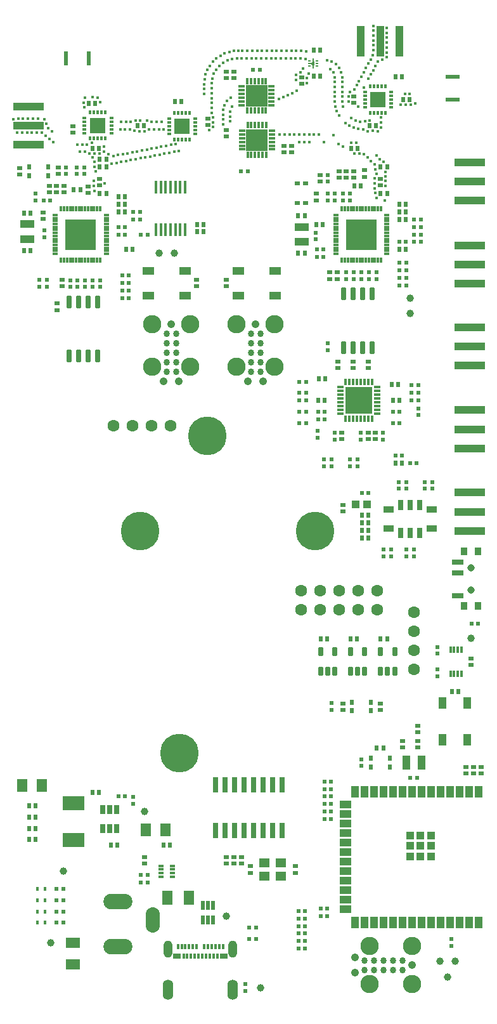
<source format=gts>
G04*
G04 #@! TF.GenerationSoftware,Altium Limited,Altium Designer,23.0.1 (38)*
G04*
G04 Layer_Color=8388736*
%FSLAX44Y44*%
%MOMM*%
G71*
G04*
G04 #@! TF.SameCoordinates,77CF4A85-A4DF-4617-8075-9ADA2F4333ED*
G04*
G04*
G04 #@! TF.FilePolarity,Negative*
G04*
G01*
G75*
%ADD25R,0.3100X0.6000*%
%ADD26R,0.6000X0.3100*%
%ADD27R,2.0500X2.0500*%
%ADD28R,2.0500X2.0500*%
%ADD35C,1.0000*%
%ADD36R,0.4064X0.6096*%
%ADD74R,0.6760X0.6160*%
%ADD75R,0.6260X0.6260*%
G04:AMPARAMS|DCode=76|XSize=0.836mm|YSize=0.336mm|CornerRadius=0.0705mm|HoleSize=0mm|Usage=FLASHONLY|Rotation=90.000|XOffset=0mm|YOffset=0mm|HoleType=Round|Shape=RoundedRectangle|*
%AMROUNDEDRECTD76*
21,1,0.8360,0.1950,0,0,90.0*
21,1,0.6950,0.3360,0,0,90.0*
1,1,0.1410,0.0975,0.3475*
1,1,0.1410,0.0975,-0.3475*
1,1,0.1410,-0.0975,-0.3475*
1,1,0.1410,-0.0975,0.3475*
%
%ADD76ROUNDEDRECTD76*%
G04:AMPARAMS|DCode=77|XSize=0.836mm|YSize=0.336mm|CornerRadius=0.0705mm|HoleSize=0mm|Usage=FLASHONLY|Rotation=0.000|XOffset=0mm|YOffset=0mm|HoleType=Round|Shape=RoundedRectangle|*
%AMROUNDEDRECTD77*
21,1,0.8360,0.1950,0,0,0.0*
21,1,0.6950,0.3360,0,0,0.0*
1,1,0.1410,0.3475,-0.0975*
1,1,0.1410,-0.3475,-0.0975*
1,1,0.1410,-0.3475,0.0975*
1,1,0.1410,0.3475,0.0975*
%
%ADD77ROUNDEDRECTD77*%
%ADD78R,2.8760X2.8760*%
%ADD79R,4.0760X1.0760*%
%ADD80R,0.6260X0.6260*%
%ADD81R,0.6160X0.6760*%
%ADD82R,1.0760X4.0760*%
%ADD83R,0.4760X1.8760*%
G04:AMPARAMS|DCode=84|XSize=0.736mm|YSize=0.396mm|CornerRadius=0.078mm|HoleSize=0mm|Usage=FLASHONLY|Rotation=0.000|XOffset=0mm|YOffset=0mm|HoleType=Round|Shape=RoundedRectangle|*
%AMROUNDEDRECTD84*
21,1,0.7360,0.2400,0,0,0.0*
21,1,0.5800,0.3960,0,0,0.0*
1,1,0.1560,0.2900,-0.1200*
1,1,0.1560,-0.2900,-0.1200*
1,1,0.1560,-0.2900,0.1200*
1,1,0.1560,0.2900,0.1200*
%
%ADD84ROUNDEDRECTD84*%
%ADD85R,0.9760X0.9760*%
%ADD86R,0.9760X1.5760*%
%ADD87R,1.5760X0.9760*%
%ADD88R,0.4060X0.2260*%
%ADD89R,1.8760X0.4760*%
%ADD90R,0.7500X0.3200*%
%ADD91R,0.3200X0.7500*%
%ADD92R,4.1760X4.1760*%
%ADD93C,0.8634*%
%ADD94R,1.0760X1.0460*%
%ADD95R,1.8760X1.0760*%
%ADD96R,1.0760X1.8760*%
%ADD97R,1.4758X1.2759*%
%ADD98R,2.8660X1.9810*%
%ADD99R,1.3260X0.9260*%
%ADD100R,0.7260X1.3260*%
G04:AMPARAMS|DCode=101|XSize=0.376mm|YSize=0.876mm|CornerRadius=0.0875mm|HoleSize=0mm|Usage=FLASHONLY|Rotation=0.000|XOffset=0mm|YOffset=0mm|HoleType=Round|Shape=RoundedRectangle|*
%AMROUNDEDRECTD101*
21,1,0.3760,0.7010,0,0,0.0*
21,1,0.2010,0.8760,0,0,0.0*
1,1,0.1750,0.1005,-0.3505*
1,1,0.1750,-0.1005,-0.3505*
1,1,0.1750,-0.1005,0.3505*
1,1,0.1750,0.1005,0.3505*
%
%ADD101ROUNDEDRECTD101*%
G04:AMPARAMS|DCode=102|XSize=1.176mm|YSize=0.676mm|CornerRadius=0.113mm|HoleSize=0mm|Usage=FLASHONLY|Rotation=90.000|XOffset=0mm|YOffset=0mm|HoleType=Round|Shape=RoundedRectangle|*
%AMROUNDEDRECTD102*
21,1,1.1760,0.4500,0,0,90.0*
21,1,0.9500,0.6760,0,0,90.0*
1,1,0.2260,0.2250,0.4750*
1,1,0.2260,0.2250,-0.4750*
1,1,0.2260,-0.2250,-0.4750*
1,1,0.2260,-0.2250,0.4750*
%
%ADD102ROUNDEDRECTD102*%
%ADD103R,0.5660X0.7760*%
%ADD104R,0.7760X0.5660*%
G04:AMPARAMS|DCode=105|XSize=1.266mm|YSize=0.476mm|CornerRadius=0.088mm|HoleSize=0mm|Usage=FLASHONLY|Rotation=270.000|XOffset=0mm|YOffset=0mm|HoleType=Round|Shape=RoundedRectangle|*
%AMROUNDEDRECTD105*
21,1,1.2660,0.3000,0,0,270.0*
21,1,1.0900,0.4760,0,0,270.0*
1,1,0.1760,-0.1500,-0.5450*
1,1,0.1760,-0.1500,0.5450*
1,1,0.1760,0.1500,0.5450*
1,1,0.1760,0.1500,-0.5450*
%
%ADD105ROUNDEDRECTD105*%
%ADD106R,0.3760X0.7760*%
%ADD107R,1.0760X0.7760*%
G04:AMPARAMS|DCode=108|XSize=1.686mm|YSize=0.656mm|CornerRadius=0.1105mm|HoleSize=0mm|Usage=FLASHONLY|Rotation=90.000|XOffset=0mm|YOffset=0mm|HoleType=Round|Shape=RoundedRectangle|*
%AMROUNDEDRECTD108*
21,1,1.6860,0.4350,0,0,90.0*
21,1,1.4650,0.6560,0,0,90.0*
1,1,0.2210,0.2175,0.7325*
1,1,0.2210,0.2175,-0.7325*
1,1,0.2210,-0.2175,-0.7325*
1,1,0.2210,-0.2175,0.7325*
%
%ADD108ROUNDEDRECTD108*%
%ADD109R,3.6760X3.6760*%
%ADD110R,0.3360X0.9360*%
%ADD111R,0.9360X0.3360*%
G04:AMPARAMS|DCode=112|XSize=1.266mm|YSize=0.666mm|CornerRadius=0.1118mm|HoleSize=0mm|Usage=FLASHONLY|Rotation=90.000|XOffset=0mm|YOffset=0mm|HoleType=Round|Shape=RoundedRectangle|*
%AMROUNDEDRECTD112*
21,1,1.2660,0.4425,0,0,90.0*
21,1,1.0425,0.6660,0,0,90.0*
1,1,0.2235,0.2213,0.5213*
1,1,0.2235,0.2213,-0.5213*
1,1,0.2235,-0.2213,-0.5213*
1,1,0.2235,-0.2213,0.5213*
%
%ADD112ROUNDEDRECTD112*%
%ADD113R,1.4160X1.8760*%
%ADD114R,1.8760X1.4160*%
%ADD115R,0.6260X0.6460*%
%ADD116R,0.6460X0.6260*%
%ADD117R,1.5760X0.9760*%
%ADD118R,0.6760X0.6160*%
%ADD119R,0.8760X1.0760*%
%ADD120R,1.5760X0.7760*%
%ADD121R,0.7364X2.1080*%
%ADD122R,1.4760X1.7260*%
%ADD123R,0.3760X1.6760*%
%ADD124C,1.6000*%
%ADD125C,2.4509*%
%ADD126C,1.0666*%
%ADD127O,1.1760X2.2760*%
%ADD128O,1.3760X2.6760*%
%ADD129O,1.8760X3.3760*%
%ADD130O,3.8760X2.0760*%
%ADD131C,0.9760*%
%ADD132C,0.3760*%
%ADD133C,5.1560*%
G36*
X406700Y1261900D02*
X407200Y1259900D01*
Y1256400D01*
X406700Y1254400D01*
Y1251400D01*
X404700D01*
Y1255650D01*
X403200Y1257150D01*
X398950D01*
Y1259150D01*
X403200D01*
X404700Y1260650D01*
Y1264900D01*
X406700D01*
Y1261900D01*
D02*
G37*
D25*
X107998Y1158237D02*
D03*
X112999D02*
D03*
X118000D02*
D03*
X123001D02*
D03*
X128003D02*
D03*
X107998Y1193001D02*
D03*
X112999D02*
D03*
X118000D02*
D03*
X123001D02*
D03*
X128003D02*
D03*
X220499Y1192500D02*
D03*
X225500D02*
D03*
X230501D02*
D03*
X235502D02*
D03*
X240504D02*
D03*
X220499Y1156500D02*
D03*
X225500D02*
D03*
X230501D02*
D03*
X235502D02*
D03*
X240504D02*
D03*
X502002Y1192002D02*
D03*
X497001D02*
D03*
X492000D02*
D03*
X486999D02*
D03*
X481997D02*
D03*
X502002Y1228002D02*
D03*
X497001D02*
D03*
X492000D02*
D03*
X486999D02*
D03*
X481997D02*
D03*
D26*
X136000Y1185004D02*
D03*
Y1180003D02*
D03*
Y1175001D02*
D03*
Y1170000D02*
D03*
Y1164999D02*
D03*
X100000Y1185004D02*
D03*
Y1180003D02*
D03*
Y1175001D02*
D03*
Y1170000D02*
D03*
Y1164999D02*
D03*
X248501Y1164498D02*
D03*
Y1169499D02*
D03*
Y1174500D02*
D03*
Y1179501D02*
D03*
Y1184502D02*
D03*
X213737Y1164498D02*
D03*
Y1169499D02*
D03*
Y1174500D02*
D03*
Y1179501D02*
D03*
Y1184502D02*
D03*
X475236Y1220005D02*
D03*
Y1215004D02*
D03*
Y1210003D02*
D03*
Y1205001D02*
D03*
Y1200000D02*
D03*
X510000Y1220005D02*
D03*
Y1215004D02*
D03*
Y1210003D02*
D03*
Y1205001D02*
D03*
Y1200000D02*
D03*
D27*
X118000Y1175001D02*
D03*
D28*
X230501Y1174500D02*
D03*
X492000Y1210003D02*
D03*
D35*
X290000Y120000D02*
D03*
X72000Y180000D02*
D03*
X180000Y260000D02*
D03*
X55000Y85000D02*
D03*
X335000Y25000D02*
D03*
X585500Y39000D02*
D03*
X616750Y490750D02*
D03*
X220000Y1005000D02*
D03*
X200000D02*
D03*
X535000Y945000D02*
D03*
Y925000D02*
D03*
X575000Y60000D02*
D03*
X595000D02*
D03*
D36*
X47453Y111500D02*
D03*
X37547D02*
D03*
Y126500D02*
D03*
X47453D02*
D03*
Y141500D02*
D03*
X37547D02*
D03*
Y156500D02*
D03*
X47453D02*
D03*
D74*
X265000Y1175700D02*
D03*
Y1184300D02*
D03*
X300000Y1247300D02*
D03*
Y1238700D02*
D03*
X290000Y1247300D02*
D03*
Y1238700D02*
D03*
X390000Y1239300D02*
D03*
Y1230700D02*
D03*
X290000Y1169300D02*
D03*
Y1160700D02*
D03*
X85000Y1174300D02*
D03*
Y1165700D02*
D03*
X460000Y1205700D02*
D03*
Y1214300D02*
D03*
X45000Y1059300D02*
D03*
Y1050700D02*
D03*
X53000Y1094800D02*
D03*
Y1086200D02*
D03*
X63000Y1094800D02*
D03*
Y1086200D02*
D03*
X73000Y1094800D02*
D03*
Y1086200D02*
D03*
X105000Y1094300D02*
D03*
Y1085700D02*
D03*
X13941Y1110200D02*
D03*
Y1118800D02*
D03*
X437500Y970700D02*
D03*
Y979300D02*
D03*
X427500Y970700D02*
D03*
Y979300D02*
D03*
X460000Y1105700D02*
D03*
Y1114300D02*
D03*
X450000Y1105700D02*
D03*
Y1114300D02*
D03*
X440000Y1105700D02*
D03*
Y1114300D02*
D03*
X410000Y1084300D02*
D03*
Y1075700D02*
D03*
X616500Y464300D02*
D03*
Y455700D02*
D03*
X545000Y374300D02*
D03*
Y365700D02*
D03*
Y354300D02*
D03*
Y345700D02*
D03*
X525000Y354300D02*
D03*
Y345700D02*
D03*
X367000Y1139700D02*
D03*
Y1148300D02*
D03*
X377000Y1139700D02*
D03*
Y1148300D02*
D03*
X290000Y190700D02*
D03*
Y199300D02*
D03*
X444000Y756700D02*
D03*
Y765300D02*
D03*
X479000Y860300D02*
D03*
Y851700D02*
D03*
X439000Y860300D02*
D03*
Y851700D02*
D03*
X445000Y660700D02*
D03*
Y669300D02*
D03*
X459000Y860300D02*
D03*
Y851700D02*
D03*
X479000Y765300D02*
D03*
Y756700D02*
D03*
X489000Y765300D02*
D03*
Y756700D02*
D03*
X180000Y190700D02*
D03*
Y199300D02*
D03*
X495000Y395700D02*
D03*
Y404300D02*
D03*
X630000Y319300D02*
D03*
Y310700D02*
D03*
X620000Y319300D02*
D03*
Y310700D02*
D03*
X610000Y319300D02*
D03*
Y310700D02*
D03*
X70000Y960700D02*
D03*
Y969300D02*
D03*
X63500Y929200D02*
D03*
Y937800D02*
D03*
X381500Y186800D02*
D03*
Y178200D02*
D03*
X321500Y186800D02*
D03*
Y178200D02*
D03*
X310000Y199300D02*
D03*
Y190700D02*
D03*
X300000Y199300D02*
D03*
Y190700D02*
D03*
X65000Y1110700D02*
D03*
Y1119300D02*
D03*
X415000Y1109300D02*
D03*
Y1100700D02*
D03*
X445000Y395700D02*
D03*
Y404300D02*
D03*
X250000Y969300D02*
D03*
Y960700D02*
D03*
X290000D02*
D03*
Y969300D02*
D03*
D75*
X334500Y1250000D02*
D03*
X325500D02*
D03*
X318000Y1114500D02*
D03*
X309000D02*
D03*
X150500Y945000D02*
D03*
X159500D02*
D03*
X150500Y965000D02*
D03*
X159500D02*
D03*
X184500Y1030000D02*
D03*
X175500D02*
D03*
X159500Y955000D02*
D03*
X150500D02*
D03*
X145500Y1030000D02*
D03*
X154500D02*
D03*
X165500Y1050000D02*
D03*
X174500D02*
D03*
X54500Y1075000D02*
D03*
X45500D02*
D03*
X154500Y1040000D02*
D03*
X145500D02*
D03*
X174500Y1060000D02*
D03*
X165500D02*
D03*
X529500Y1020000D02*
D03*
X520500D02*
D03*
X521000Y962000D02*
D03*
X530000D02*
D03*
X521000Y982000D02*
D03*
X530000D02*
D03*
X530000Y972000D02*
D03*
X521000D02*
D03*
X530000Y992000D02*
D03*
X521000D02*
D03*
X540500Y1040000D02*
D03*
X549500D02*
D03*
X434500Y1075000D02*
D03*
X425500D02*
D03*
X540500Y1030000D02*
D03*
X549500D02*
D03*
X549500Y1050000D02*
D03*
X540500D02*
D03*
X395000Y127000D02*
D03*
X386000D02*
D03*
X429500Y270000D02*
D03*
X420500D02*
D03*
X424500Y130000D02*
D03*
X415500D02*
D03*
X386000Y97000D02*
D03*
X395000D02*
D03*
X386000Y117000D02*
D03*
X395000D02*
D03*
X420500Y250000D02*
D03*
X429500D02*
D03*
X420500Y280000D02*
D03*
X429500D02*
D03*
X415500Y120000D02*
D03*
X424500D02*
D03*
X470500Y685000D02*
D03*
X479500D02*
D03*
X544000Y725000D02*
D03*
X535000D02*
D03*
X396000Y818500D02*
D03*
X387000D02*
D03*
X396000Y808500D02*
D03*
X387000D02*
D03*
X524500Y735000D02*
D03*
X515500D02*
D03*
X421000Y793500D02*
D03*
X412000D02*
D03*
X626000Y510500D02*
D03*
X617000D02*
D03*
X421000Y783500D02*
D03*
X412000D02*
D03*
X537000Y818500D02*
D03*
X546000D02*
D03*
X537000Y808500D02*
D03*
X546000D02*
D03*
X396000Y833500D02*
D03*
X387000D02*
D03*
X387000Y793500D02*
D03*
X396000D02*
D03*
X387000Y778500D02*
D03*
X396000D02*
D03*
X537000Y828500D02*
D03*
X546000D02*
D03*
X521000Y793500D02*
D03*
X512000D02*
D03*
X521000Y778500D02*
D03*
X512000D02*
D03*
X329500Y90000D02*
D03*
X320500D02*
D03*
X329500Y105000D02*
D03*
X320500D02*
D03*
X145500Y280000D02*
D03*
X154500D02*
D03*
X175500Y175000D02*
D03*
X184500D02*
D03*
X184500Y165000D02*
D03*
X175500D02*
D03*
X72000Y111500D02*
D03*
X63000D02*
D03*
X72000Y126500D02*
D03*
X63000D02*
D03*
X72000Y141500D02*
D03*
X63000D02*
D03*
X72000Y156500D02*
D03*
X63000D02*
D03*
X159500Y975000D02*
D03*
X150500D02*
D03*
X425500Y1085000D02*
D03*
X434500D02*
D03*
X549500Y1020000D02*
D03*
X540500D02*
D03*
X395000Y107000D02*
D03*
X386000D02*
D03*
X395000Y77000D02*
D03*
X386000D02*
D03*
X386000Y87000D02*
D03*
X395000D02*
D03*
X429500Y260000D02*
D03*
X420500D02*
D03*
X419500Y1010000D02*
D03*
X410500D02*
D03*
X419500Y1000000D02*
D03*
X410500D02*
D03*
X429500Y300000D02*
D03*
X420500D02*
D03*
X429500Y290000D02*
D03*
X420500D02*
D03*
X535500Y305000D02*
D03*
X544500D02*
D03*
D76*
X317500Y1195150D02*
D03*
X322500D02*
D03*
X327500D02*
D03*
X332500D02*
D03*
X337500D02*
D03*
X342500D02*
D03*
Y1234850D02*
D03*
X337500D02*
D03*
X332500D02*
D03*
X327500D02*
D03*
X322500D02*
D03*
X317500D02*
D03*
X343000Y1175850D02*
D03*
X338000D02*
D03*
X333000D02*
D03*
X328000D02*
D03*
X323000D02*
D03*
X318000D02*
D03*
Y1136150D02*
D03*
X323000D02*
D03*
X328000D02*
D03*
X333000D02*
D03*
X338000D02*
D03*
X343000D02*
D03*
D77*
X310150Y1227500D02*
D03*
Y1222500D02*
D03*
Y1217500D02*
D03*
Y1212500D02*
D03*
Y1207500D02*
D03*
Y1202500D02*
D03*
X349850D02*
D03*
Y1207500D02*
D03*
Y1212500D02*
D03*
Y1217500D02*
D03*
Y1222500D02*
D03*
Y1227500D02*
D03*
X350350Y1143500D02*
D03*
Y1148500D02*
D03*
Y1153500D02*
D03*
Y1158500D02*
D03*
Y1163500D02*
D03*
Y1168500D02*
D03*
X310650D02*
D03*
Y1163500D02*
D03*
Y1158500D02*
D03*
Y1153500D02*
D03*
Y1148500D02*
D03*
Y1143500D02*
D03*
D78*
X330000Y1215000D02*
D03*
X330500Y1156000D02*
D03*
D79*
X615000Y1100500D02*
D03*
Y1126000D02*
D03*
Y1075000D02*
D03*
Y634500D02*
D03*
Y685500D02*
D03*
Y660000D02*
D03*
X25400Y1200500D02*
D03*
Y1149500D02*
D03*
Y1175000D02*
D03*
X615000Y744500D02*
D03*
Y795500D02*
D03*
Y770000D02*
D03*
Y855000D02*
D03*
Y906000D02*
D03*
Y880500D02*
D03*
Y964500D02*
D03*
Y1015500D02*
D03*
Y990000D02*
D03*
D80*
X465000Y729500D02*
D03*
Y720500D02*
D03*
X455000Y729500D02*
D03*
Y720500D02*
D03*
X420000Y729500D02*
D03*
Y720500D02*
D03*
X430000Y729500D02*
D03*
Y720500D02*
D03*
X35000Y1075500D02*
D03*
Y1084500D02*
D03*
X90000Y1110500D02*
D03*
Y1119500D02*
D03*
X100000Y1119500D02*
D03*
Y1110500D02*
D03*
X455000Y1075500D02*
D03*
Y1084500D02*
D03*
X445000Y1084500D02*
D03*
Y1075500D02*
D03*
X571500Y440500D02*
D03*
Y449500D02*
D03*
Y479500D02*
D03*
Y470500D02*
D03*
X530000Y609500D02*
D03*
Y600500D02*
D03*
X540000Y609500D02*
D03*
Y600500D02*
D03*
X425000Y875500D02*
D03*
Y884500D02*
D03*
X499000Y756500D02*
D03*
Y765500D02*
D03*
X469000Y756500D02*
D03*
Y765500D02*
D03*
X434000Y756500D02*
D03*
Y765500D02*
D03*
X555000Y690500D02*
D03*
Y699500D02*
D03*
X520000Y690500D02*
D03*
Y699500D02*
D03*
X500000Y609500D02*
D03*
Y600500D02*
D03*
X411500Y759000D02*
D03*
Y768000D02*
D03*
X546500Y789000D02*
D03*
Y798000D02*
D03*
X565000Y699500D02*
D03*
Y690500D02*
D03*
X530000Y699500D02*
D03*
Y690500D02*
D03*
X510000Y600500D02*
D03*
Y609500D02*
D03*
X165000Y279500D02*
D03*
Y270500D02*
D03*
X315000Y29500D02*
D03*
Y20500D02*
D03*
X75000Y1119500D02*
D03*
Y1110500D02*
D03*
X47000Y1026250D02*
D03*
Y1035250D02*
D03*
X40000Y969500D02*
D03*
Y960500D02*
D03*
X50000Y969500D02*
D03*
Y960500D02*
D03*
X81000Y960000D02*
D03*
Y969000D02*
D03*
X91000Y960000D02*
D03*
Y969000D02*
D03*
X101000Y960000D02*
D03*
Y969000D02*
D03*
X111000Y960000D02*
D03*
Y969000D02*
D03*
X121000Y960000D02*
D03*
Y969000D02*
D03*
X425000Y1100500D02*
D03*
Y1109500D02*
D03*
X409000Y1023500D02*
D03*
Y1032500D02*
D03*
X450000Y970500D02*
D03*
Y979500D02*
D03*
X460000Y970500D02*
D03*
Y979500D02*
D03*
X470000Y970500D02*
D03*
Y979500D02*
D03*
X480000Y970500D02*
D03*
Y979500D02*
D03*
X490000Y970500D02*
D03*
Y979500D02*
D03*
X590000Y80500D02*
D03*
Y89500D02*
D03*
X470000Y329500D02*
D03*
Y320500D02*
D03*
X430000Y404500D02*
D03*
Y395500D02*
D03*
D81*
X119300Y1145000D02*
D03*
X110700D02*
D03*
X406400Y1241150D02*
D03*
X415000D02*
D03*
X406400Y1276150D02*
D03*
X415000D02*
D03*
X456400Y1145000D02*
D03*
X465000D02*
D03*
X229800Y1207500D02*
D03*
X221200D02*
D03*
X129300Y1130000D02*
D03*
X120700D02*
D03*
X179300Y1175000D02*
D03*
X170700D02*
D03*
X114300Y1205000D02*
D03*
X105700D02*
D03*
X524300Y1240000D02*
D03*
X515700D02*
D03*
X489300Y1175000D02*
D03*
X480700D02*
D03*
X534300Y1210000D02*
D03*
X525700D02*
D03*
X164300Y1010000D02*
D03*
X155700D02*
D03*
X154300Y1080000D02*
D03*
X145700D02*
D03*
X154300Y1070000D02*
D03*
X145700D02*
D03*
X154300Y1060000D02*
D03*
X145700D02*
D03*
X19200Y1058750D02*
D03*
X27800D02*
D03*
X19200Y1008750D02*
D03*
X27800D02*
D03*
X529300Y1010000D02*
D03*
X520700D02*
D03*
X409700Y1043000D02*
D03*
X418300D02*
D03*
X529300Y1070000D02*
D03*
X520700D02*
D03*
X529300Y1060000D02*
D03*
X520700D02*
D03*
X460700Y1095000D02*
D03*
X469300D02*
D03*
X529300Y1050000D02*
D03*
X520700D02*
D03*
X394300Y1055000D02*
D03*
X385700D02*
D03*
X394300Y1005000D02*
D03*
X385700D02*
D03*
X490700Y345000D02*
D03*
X499300D02*
D03*
X129300Y1085000D02*
D03*
X120700D02*
D03*
X129300Y1120000D02*
D03*
X120700D02*
D03*
X504300Y1085000D02*
D03*
X495700D02*
D03*
X504300Y1120000D02*
D03*
X495700D02*
D03*
X259300Y1043500D02*
D03*
X250700D02*
D03*
X259300Y1033500D02*
D03*
X250700D02*
D03*
X412200Y808500D02*
D03*
X420800D02*
D03*
X413200Y837500D02*
D03*
X421800D02*
D03*
X470700Y655000D02*
D03*
X479300D02*
D03*
X470700Y645000D02*
D03*
X479300D02*
D03*
X470700Y635000D02*
D03*
X479300D02*
D03*
X470700Y625000D02*
D03*
X479300D02*
D03*
X520800Y808500D02*
D03*
X512200D02*
D03*
X519300Y830000D02*
D03*
X510700D02*
D03*
X515700Y725000D02*
D03*
X524300D02*
D03*
X26000Y237500D02*
D03*
X34600D02*
D03*
X26000Y222500D02*
D03*
X34600D02*
D03*
X110700Y285000D02*
D03*
X119300D02*
D03*
X135700Y215000D02*
D03*
X144300D02*
D03*
X26000Y267500D02*
D03*
X34600D02*
D03*
X26000Y252500D02*
D03*
X34600D02*
D03*
X214300Y215000D02*
D03*
X205700D02*
D03*
X504300Y490000D02*
D03*
X495700D02*
D03*
X424300D02*
D03*
X415700D02*
D03*
X464300D02*
D03*
X455700D02*
D03*
X590700Y420000D02*
D03*
X599300D02*
D03*
D82*
X520500Y1287780D02*
D03*
X469500D02*
D03*
X495000D02*
D03*
D83*
X75000Y1265000D02*
D03*
X106000D02*
D03*
D84*
X202650Y182500D02*
D03*
Y187500D02*
D03*
Y177500D02*
D03*
Y172500D02*
D03*
X217350D02*
D03*
Y177500D02*
D03*
Y182500D02*
D03*
Y187500D02*
D03*
D85*
X549000Y214000D02*
D03*
Y228000D02*
D03*
Y200000D02*
D03*
X535000Y228000D02*
D03*
Y214000D02*
D03*
Y200000D02*
D03*
X563000Y228000D02*
D03*
Y214000D02*
D03*
Y200000D02*
D03*
D86*
X626200Y286500D02*
D03*
X613500D02*
D03*
X600800D02*
D03*
X588100D02*
D03*
X575400D02*
D03*
X562700D02*
D03*
X550000D02*
D03*
X537300D02*
D03*
X524600D02*
D03*
X511900D02*
D03*
X499200D02*
D03*
X486500D02*
D03*
X473800D02*
D03*
X461100D02*
D03*
Y111500D02*
D03*
X473800D02*
D03*
X486500D02*
D03*
X499200D02*
D03*
X511900D02*
D03*
X524600D02*
D03*
X537300D02*
D03*
X550000D02*
D03*
X562700D02*
D03*
X575400D02*
D03*
X588100D02*
D03*
X600800D02*
D03*
X613500D02*
D03*
X626200D02*
D03*
X611500Y404500D02*
D03*
X578500D02*
D03*
Y355500D02*
D03*
X611500D02*
D03*
D87*
X448600Y268850D02*
D03*
Y256150D02*
D03*
Y243450D02*
D03*
Y230750D02*
D03*
Y218050D02*
D03*
Y205350D02*
D03*
Y192650D02*
D03*
Y179950D02*
D03*
Y167250D02*
D03*
Y154550D02*
D03*
Y141850D02*
D03*
Y129150D02*
D03*
D88*
X410550Y1261650D02*
D03*
Y1258150D02*
D03*
Y1254650D02*
D03*
X400850D02*
D03*
Y1261650D02*
D03*
D89*
X592000Y1209500D02*
D03*
Y1240500D02*
D03*
D90*
X435750Y1056000D02*
D03*
Y1052000D02*
D03*
Y1048000D02*
D03*
Y1044000D02*
D03*
Y1040000D02*
D03*
Y1036000D02*
D03*
Y1032000D02*
D03*
Y1028000D02*
D03*
Y1024000D02*
D03*
Y1020000D02*
D03*
Y1016000D02*
D03*
Y1012000D02*
D03*
Y1008000D02*
D03*
Y1004000D02*
D03*
X504250D02*
D03*
Y1008000D02*
D03*
Y1012000D02*
D03*
Y1016000D02*
D03*
Y1020000D02*
D03*
Y1024000D02*
D03*
Y1028000D02*
D03*
Y1032000D02*
D03*
Y1036000D02*
D03*
Y1040000D02*
D03*
Y1044000D02*
D03*
Y1048000D02*
D03*
Y1052000D02*
D03*
Y1056000D02*
D03*
X60750Y1056000D02*
D03*
Y1052000D02*
D03*
Y1048000D02*
D03*
Y1044000D02*
D03*
Y1040000D02*
D03*
Y1036000D02*
D03*
Y1032000D02*
D03*
Y1028000D02*
D03*
Y1024000D02*
D03*
Y1020000D02*
D03*
Y1016000D02*
D03*
Y1012000D02*
D03*
Y1008000D02*
D03*
Y1004000D02*
D03*
X129250D02*
D03*
Y1008000D02*
D03*
Y1012000D02*
D03*
Y1016000D02*
D03*
Y1020000D02*
D03*
Y1024000D02*
D03*
Y1028000D02*
D03*
Y1032000D02*
D03*
Y1036000D02*
D03*
Y1040000D02*
D03*
Y1044000D02*
D03*
Y1048000D02*
D03*
Y1052000D02*
D03*
Y1056000D02*
D03*
D91*
X496000Y1064250D02*
D03*
X492000D02*
D03*
X488000D02*
D03*
X484000D02*
D03*
X480000D02*
D03*
X476000D02*
D03*
X472000D02*
D03*
X468000D02*
D03*
X464000D02*
D03*
X460000D02*
D03*
X456000D02*
D03*
X452000D02*
D03*
X448000D02*
D03*
X444000D02*
D03*
Y995750D02*
D03*
X448000D02*
D03*
X452000D02*
D03*
X456000D02*
D03*
X460000D02*
D03*
X464000D02*
D03*
X468000D02*
D03*
X472000D02*
D03*
X476000D02*
D03*
X480000D02*
D03*
X484000D02*
D03*
X488000D02*
D03*
X492000D02*
D03*
X496000D02*
D03*
X121000Y1064250D02*
D03*
X117000D02*
D03*
X113000D02*
D03*
X109000D02*
D03*
X105000D02*
D03*
X101000D02*
D03*
X97000D02*
D03*
X93000D02*
D03*
X89000D02*
D03*
X85000D02*
D03*
X81000D02*
D03*
X77000D02*
D03*
X73000D02*
D03*
X69000D02*
D03*
Y995750D02*
D03*
X73000D02*
D03*
X77000D02*
D03*
X81000D02*
D03*
X85000D02*
D03*
X89000D02*
D03*
X93000D02*
D03*
X97000D02*
D03*
X101000D02*
D03*
X105000D02*
D03*
X109000D02*
D03*
X113000D02*
D03*
X117000D02*
D03*
X121000D02*
D03*
D92*
X470000Y1030000D02*
D03*
X95000Y1030000D02*
D03*
D93*
X222700Y897700D02*
D03*
Y885000D02*
D03*
Y872300D02*
D03*
Y859600D02*
D03*
Y846900D02*
D03*
X210000D02*
D03*
Y859600D02*
D03*
Y872300D02*
D03*
Y885000D02*
D03*
Y897700D02*
D03*
X335000D02*
D03*
Y885000D02*
D03*
Y872300D02*
D03*
Y859600D02*
D03*
Y846900D02*
D03*
X322300D02*
D03*
Y859600D02*
D03*
Y872300D02*
D03*
Y885000D02*
D03*
Y897700D02*
D03*
X525400Y48650D02*
D03*
X512700D02*
D03*
X500000D02*
D03*
X487300D02*
D03*
X474600D02*
D03*
Y61350D02*
D03*
X487300D02*
D03*
X500000D02*
D03*
X512700D02*
D03*
X525400D02*
D03*
D94*
X462650Y670000D02*
D03*
X477350D02*
D03*
D95*
X23500Y1023750D02*
D03*
Y1043750D02*
D03*
X390000Y1020000D02*
D03*
Y1040000D02*
D03*
D96*
X530000Y325000D02*
D03*
X550000D02*
D03*
D97*
X362501Y191000D02*
D03*
X340501D02*
D03*
X362501Y174000D02*
D03*
X340499D02*
D03*
D98*
X85500Y270755D02*
D03*
Y222245D02*
D03*
D99*
X506250Y637300D02*
D03*
X563750D02*
D03*
Y662700D02*
D03*
X506250D02*
D03*
D100*
X522300Y631250D02*
D03*
X535000D02*
D03*
X547700D02*
D03*
Y668750D02*
D03*
X535000D02*
D03*
X522300D02*
D03*
D101*
X604000Y476000D02*
D03*
X599000D02*
D03*
X594000D02*
D03*
X589000D02*
D03*
X604000Y444000D02*
D03*
X599000D02*
D03*
X594000D02*
D03*
X589000D02*
D03*
D102*
X495500Y447000D02*
D03*
X505000D02*
D03*
X514500D02*
D03*
Y473000D02*
D03*
X495500D02*
D03*
X415500Y447000D02*
D03*
X425000D02*
D03*
X434500D02*
D03*
Y473000D02*
D03*
X415500D02*
D03*
X455500Y447000D02*
D03*
X465000D02*
D03*
X474500D02*
D03*
Y473000D02*
D03*
X455500D02*
D03*
D103*
X94530Y1090000D02*
D03*
X85470D02*
D03*
D104*
X474000Y1106470D02*
D03*
Y1115530D02*
D03*
D105*
X271500Y134600D02*
D03*
X265000D02*
D03*
X258500D02*
D03*
Y115400D02*
D03*
X265000D02*
D03*
X271500D02*
D03*
D106*
X225000Y79950D02*
D03*
X230000D02*
D03*
X235000D02*
D03*
X240000D02*
D03*
X245000D02*
D03*
X250000D02*
D03*
X260000D02*
D03*
X265000D02*
D03*
X270000D02*
D03*
X275000D02*
D03*
X280000D02*
D03*
X285000D02*
D03*
X277500Y66950D02*
D03*
X272500D02*
D03*
X267500D02*
D03*
X262500D02*
D03*
X257500D02*
D03*
X252500D02*
D03*
X247500D02*
D03*
X242500D02*
D03*
X237500D02*
D03*
X232500D02*
D03*
D107*
X286000D02*
D03*
X224000D02*
D03*
D108*
X79450Y939550D02*
D03*
X92150D02*
D03*
X104850D02*
D03*
X117550D02*
D03*
Y867450D02*
D03*
X104850D02*
D03*
X92150D02*
D03*
X79450D02*
D03*
X445950Y951050D02*
D03*
X458650D02*
D03*
X471350D02*
D03*
X484050D02*
D03*
Y878950D02*
D03*
X471350D02*
D03*
X458650D02*
D03*
X445950D02*
D03*
D109*
X466500Y808500D02*
D03*
D110*
X449000Y832850D02*
D03*
X454000D02*
D03*
X459000D02*
D03*
X464000D02*
D03*
X469000D02*
D03*
X474000D02*
D03*
X479000D02*
D03*
X484000D02*
D03*
Y784150D02*
D03*
X479000D02*
D03*
X474000D02*
D03*
X469000D02*
D03*
X464000D02*
D03*
X459000D02*
D03*
X454000D02*
D03*
X449000D02*
D03*
D111*
X490850Y826000D02*
D03*
Y821000D02*
D03*
Y816000D02*
D03*
Y811000D02*
D03*
Y806000D02*
D03*
Y801000D02*
D03*
Y796000D02*
D03*
Y791000D02*
D03*
X442150D02*
D03*
Y796000D02*
D03*
Y801000D02*
D03*
Y806000D02*
D03*
Y811000D02*
D03*
Y816000D02*
D03*
Y821000D02*
D03*
Y826000D02*
D03*
D112*
X124500Y262650D02*
D03*
X134000D02*
D03*
X143500D02*
D03*
Y237350D02*
D03*
X134000D02*
D03*
X124500D02*
D03*
D113*
X239300Y145000D02*
D03*
X210700D02*
D03*
D114*
X85000Y55700D02*
D03*
Y84300D02*
D03*
D115*
X26191Y1120300D02*
D03*
X51691D02*
D03*
Y1108700D02*
D03*
X26191D02*
D03*
X482250Y330800D02*
D03*
X507750D02*
D03*
Y319200D02*
D03*
X482250D02*
D03*
X457250Y405800D02*
D03*
X482750D02*
D03*
Y394200D02*
D03*
X457250D02*
D03*
D116*
X395800Y1097750D02*
D03*
Y1072250D02*
D03*
X384200D02*
D03*
Y1097750D02*
D03*
D117*
X234500Y948500D02*
D03*
Y981500D02*
D03*
X185500D02*
D03*
Y948500D02*
D03*
X305500Y981500D02*
D03*
Y948500D02*
D03*
X354500D02*
D03*
Y981500D02*
D03*
D118*
X120000Y1104320D02*
D03*
Y1095680D02*
D03*
X495000Y1104320D02*
D03*
Y1095680D02*
D03*
D119*
X606850Y534000D02*
D03*
Y607000D02*
D03*
X626150D02*
D03*
Y534000D02*
D03*
D120*
X599000Y578000D02*
D03*
Y548000D02*
D03*
Y593000D02*
D03*
D121*
X364450Y295734D02*
D03*
X351750D02*
D03*
X339050D02*
D03*
X326350D02*
D03*
X313650D02*
D03*
X300950D02*
D03*
X288250D02*
D03*
X275550D02*
D03*
X364450Y234266D02*
D03*
X351750D02*
D03*
X339050D02*
D03*
X326350D02*
D03*
X313650D02*
D03*
X300950D02*
D03*
X288250D02*
D03*
X275550D02*
D03*
D122*
X17000Y295000D02*
D03*
X43000D02*
D03*
X208000Y235000D02*
D03*
X182000D02*
D03*
D123*
X234500Y1093500D02*
D03*
X228000D02*
D03*
X221500D02*
D03*
X215000D02*
D03*
X208500D02*
D03*
X202000D02*
D03*
X195500D02*
D03*
X234500Y1036500D02*
D03*
X228000D02*
D03*
X221500D02*
D03*
X215000D02*
D03*
X208500D02*
D03*
X202000D02*
D03*
X195500D02*
D03*
D124*
X540000Y525800D02*
D03*
Y500400D02*
D03*
Y475000D02*
D03*
Y449600D02*
D03*
X389200Y555000D02*
D03*
X414600D02*
D03*
X440000D02*
D03*
X465400D02*
D03*
X490800D02*
D03*
X389200Y529600D02*
D03*
X414600D02*
D03*
X440000D02*
D03*
X465400D02*
D03*
X490800D02*
D03*
X138700Y774500D02*
D03*
X164100D02*
D03*
X189500D02*
D03*
X214900D02*
D03*
D125*
X190950Y853250D02*
D03*
Y910400D02*
D03*
X241750Y853250D02*
D03*
Y910400D02*
D03*
X303250Y853250D02*
D03*
Y910400D02*
D03*
X354050Y853250D02*
D03*
Y910400D02*
D03*
X480950Y80400D02*
D03*
X538100D02*
D03*
X480950Y29600D02*
D03*
X538100D02*
D03*
D126*
X206200Y834200D02*
D03*
X226500D02*
D03*
X216350Y910400D02*
D03*
X318500Y834200D02*
D03*
X338800D02*
D03*
X328650Y910400D02*
D03*
X461900Y65150D02*
D03*
Y44850D02*
D03*
X538100Y55000D02*
D03*
D127*
X211800Y75850D02*
D03*
X298200D02*
D03*
D128*
X211800Y22250D02*
D03*
X298200D02*
D03*
D129*
X191500Y115000D02*
D03*
D130*
X145000Y80000D02*
D03*
Y140000D02*
D03*
D131*
X616500Y555500D02*
D03*
Y585500D02*
D03*
D132*
X383671Y1221503D02*
D03*
X371754Y1216111D02*
D03*
X365795Y1213416D02*
D03*
X359836Y1210720D02*
D03*
X387377Y1153586D02*
D03*
X393917D02*
D03*
X400457D02*
D03*
X420077D02*
D03*
X439336Y1150553D02*
D03*
X445163Y1147584D02*
D03*
X460469Y1138153D02*
D03*
X467003Y1137881D02*
D03*
X473512Y1137243D02*
D03*
X478282Y1132769D02*
D03*
X482907Y1128144D02*
D03*
X487531Y1123520D02*
D03*
X488881Y1117121D02*
D03*
X490286Y1110733D02*
D03*
X487881Y1104651D02*
D03*
Y1098111D02*
D03*
X488160Y1091578D02*
D03*
X488881Y1085077D02*
D03*
X490576Y1078761D02*
D03*
X500914Y1075321D02*
D03*
X502119Y1094747D02*
D03*
X502053Y1101287D02*
D03*
X501959Y1107826D02*
D03*
X502500Y1113000D02*
D03*
X499933Y1126814D02*
D03*
X494498Y1130451D02*
D03*
X489874Y1135076D02*
D03*
X463168Y1152119D02*
D03*
X456628D02*
D03*
X432836Y1162555D02*
D03*
X413260Y1163414D02*
D03*
X406720D02*
D03*
X400180D02*
D03*
X393640D02*
D03*
X387100D02*
D03*
X380560D02*
D03*
X374020D02*
D03*
X367480D02*
D03*
X360940D02*
D03*
X221986Y1150695D02*
D03*
X215564Y1149458D02*
D03*
X209142Y1148222D02*
D03*
X202720Y1146985D02*
D03*
X196298Y1145748D02*
D03*
X189876Y1144511D02*
D03*
X183454Y1143274D02*
D03*
X177032Y1142037D02*
D03*
X170610Y1140800D02*
D03*
X164188Y1139563D02*
D03*
X157766Y1138326D02*
D03*
X151344Y1137089D02*
D03*
X144922Y1135852D02*
D03*
X138500Y1134615D02*
D03*
X132424Y1137035D02*
D03*
X111000Y1133000D02*
D03*
X113907Y1126867D02*
D03*
X113881Y1120327D02*
D03*
X115302Y1113944D02*
D03*
X112951Y1101269D02*
D03*
X112881Y1094729D02*
D03*
X113936Y1088275D02*
D03*
X127119Y1097881D02*
D03*
X136405Y1124203D02*
D03*
X142827Y1125440D02*
D03*
X149249Y1126677D02*
D03*
X155671Y1127914D02*
D03*
X162093Y1129151D02*
D03*
X168515Y1130388D02*
D03*
X174937Y1131625D02*
D03*
X181359Y1132862D02*
D03*
X187780Y1134099D02*
D03*
X194202Y1135336D02*
D03*
X200624Y1136573D02*
D03*
X207046Y1137810D02*
D03*
X213468Y1139047D02*
D03*
X219890Y1140284D02*
D03*
X226292Y1141618D02*
D03*
X37756Y1184119D02*
D03*
X31216D02*
D03*
X24676D02*
D03*
X18136D02*
D03*
X11596D02*
D03*
X5057Y1184051D02*
D03*
X10435Y1165881D02*
D03*
X16975D02*
D03*
X23515D02*
D03*
X30055D02*
D03*
X36595D02*
D03*
X43129Y1165610D02*
D03*
X48140Y1161407D02*
D03*
X53126Y1157175D02*
D03*
X58161Y1153001D02*
D03*
X94132Y1140086D02*
D03*
X100672D02*
D03*
X106903Y1138099D02*
D03*
X113439Y1137889D02*
D03*
X119979Y1137881D02*
D03*
X125866Y1140729D02*
D03*
X126119Y1147264D02*
D03*
X109725Y1152119D02*
D03*
X103568Y1149914D02*
D03*
X97029D02*
D03*
X90489D02*
D03*
X56395Y1167309D02*
D03*
X51385Y1171512D02*
D03*
X49519Y1177780D02*
D03*
X46976Y1183805D02*
D03*
X174880Y1181825D02*
D03*
X168347Y1182119D02*
D03*
X162189Y1179915D02*
D03*
X155649D02*
D03*
X149109D02*
D03*
X147853Y1170088D02*
D03*
X154393D02*
D03*
X160933D02*
D03*
X167148Y1168050D02*
D03*
X173687Y1167938D02*
D03*
X180226Y1167881D02*
D03*
X186383Y1170086D02*
D03*
X192923D02*
D03*
X199463D02*
D03*
X206003D02*
D03*
X202917Y1179914D02*
D03*
X196377D02*
D03*
X189837D02*
D03*
X183576Y1181806D02*
D03*
X101086Y1212121D02*
D03*
X98881Y1205964D02*
D03*
X99817Y1199492D02*
D03*
X121119Y1206679D02*
D03*
X117379Y1212044D02*
D03*
X110914Y1213032D02*
D03*
X486034Y1308551D02*
D03*
X485881Y1302013D02*
D03*
Y1295473D02*
D03*
Y1288933D02*
D03*
Y1282393D02*
D03*
Y1275853D02*
D03*
X485577Y1269320D02*
D03*
X482448Y1263577D02*
D03*
X479319Y1257834D02*
D03*
X476190Y1252091D02*
D03*
X473061Y1246348D02*
D03*
X469932Y1240605D02*
D03*
X466803Y1234863D02*
D03*
X463674Y1229120D02*
D03*
X460545Y1223377D02*
D03*
X454746Y1220353D02*
D03*
X452881Y1214084D02*
D03*
Y1207544D02*
D03*
X466027Y1200259D02*
D03*
X473274Y1226200D02*
D03*
X479532Y1237685D02*
D03*
X482662Y1243428D02*
D03*
X485790Y1249171D02*
D03*
X488920Y1254914D02*
D03*
X492049Y1260657D02*
D03*
X497858Y1263661D02*
D03*
X503830Y1266327D02*
D03*
X504119Y1272860D02*
D03*
Y1279400D02*
D03*
Y1285940D02*
D03*
Y1292480D02*
D03*
Y1299020D02*
D03*
Y1305560D02*
D03*
X295545Y1212709D02*
D03*
X290810Y1208197D02*
D03*
X287315Y1202669D02*
D03*
X285425Y1196408D02*
D03*
X285086Y1189877D02*
D03*
Y1183337D02*
D03*
Y1176797D02*
D03*
X294914Y1180923D02*
D03*
Y1187463D02*
D03*
X295069Y1194001D02*
D03*
X297146Y1200202D02*
D03*
X534568Y1217119D02*
D03*
X528028D02*
D03*
X522822Y1202916D02*
D03*
X529360Y1203072D02*
D03*
X535897Y1202881D02*
D03*
X542060Y1205069D02*
D03*
X299500Y1275000D02*
D03*
X293698Y1273574D02*
D03*
X287482Y1271543D02*
D03*
X281633Y1268617D02*
D03*
X276278Y1264862D02*
D03*
X271536Y1260358D02*
D03*
X267509Y1255205D02*
D03*
X264284Y1249516D02*
D03*
X261933Y1243413D02*
D03*
X260504Y1237031D02*
D03*
X260073Y1230505D02*
D03*
X260086Y1223965D02*
D03*
Y1217425D02*
D03*
X267184Y1168881D02*
D03*
X272119Y1173172D02*
D03*
X271859Y1179707D02*
D03*
X272119Y1186242D02*
D03*
X269914Y1192399D02*
D03*
Y1198939D02*
D03*
Y1205479D02*
D03*
Y1212019D02*
D03*
Y1218559D02*
D03*
Y1225099D02*
D03*
X269944Y1231639D02*
D03*
X270776Y1238125D02*
D03*
X272788Y1244348D02*
D03*
X275910Y1250095D02*
D03*
X280054Y1255155D02*
D03*
X285157Y1259244D02*
D03*
X290926Y1262326D02*
D03*
X297163Y1264293D02*
D03*
X303655Y1265079D02*
D03*
X310196Y1265086D02*
D03*
X316735D02*
D03*
X323275D02*
D03*
X329815D02*
D03*
X336355D02*
D03*
X342895D02*
D03*
X349435D02*
D03*
X355975D02*
D03*
X362515D02*
D03*
X369055D02*
D03*
X375595D02*
D03*
X382135D02*
D03*
X388675D02*
D03*
X395090Y1263811D02*
D03*
X392494Y1251538D02*
D03*
X388832Y1246119D02*
D03*
X383081Y1243006D02*
D03*
X382907Y1236468D02*
D03*
X377712Y1218807D02*
D03*
X397119Y1231867D02*
D03*
Y1238407D02*
D03*
X399730Y1244403D02*
D03*
X428091Y1250929D02*
D03*
X432582Y1246175D02*
D03*
X434498Y1239922D02*
D03*
X434586Y1233382D02*
D03*
Y1226842D02*
D03*
Y1220302D02*
D03*
Y1213762D02*
D03*
X434583Y1207222D02*
D03*
X435296Y1200721D02*
D03*
X437110Y1194438D02*
D03*
X439972Y1188557D02*
D03*
X448474Y1178682D02*
D03*
X453864Y1174977D02*
D03*
X459808Y1172249D02*
D03*
X466131Y1170577D02*
D03*
X472652Y1170086D02*
D03*
X478809Y1167881D02*
D03*
X485344Y1168131D02*
D03*
X491880Y1167881D02*
D03*
X496119Y1172861D02*
D03*
X496183Y1179400D02*
D03*
X496239Y1185940D02*
D03*
X481374Y1182119D02*
D03*
X474979Y1180750D02*
D03*
X468462Y1180203D02*
D03*
X462152Y1181922D02*
D03*
X456368Y1184976D02*
D03*
X445389Y1200803D02*
D03*
X444443Y1207274D02*
D03*
X444414Y1213814D02*
D03*
Y1220354D02*
D03*
Y1226894D02*
D03*
Y1233434D02*
D03*
X444373Y1239974D02*
D03*
X443187Y1246405D02*
D03*
X440376Y1252310D02*
D03*
X436022Y1257190D02*
D03*
X430546Y1260767D02*
D03*
X424308Y1262729D02*
D03*
X396101Y1274375D02*
D03*
X389583Y1274914D02*
D03*
X383043D02*
D03*
X376503D02*
D03*
X369963D02*
D03*
X363423D02*
D03*
X356883D02*
D03*
X350343D02*
D03*
X343803D02*
D03*
X337263D02*
D03*
X330723D02*
D03*
X324183D02*
D03*
X317643D02*
D03*
X311103D02*
D03*
X306000Y1275000D02*
D03*
D133*
X174500Y634500D02*
D03*
X264500Y761500D02*
D03*
X408500Y634500D02*
D03*
X227000Y337500D02*
D03*
M02*

</source>
